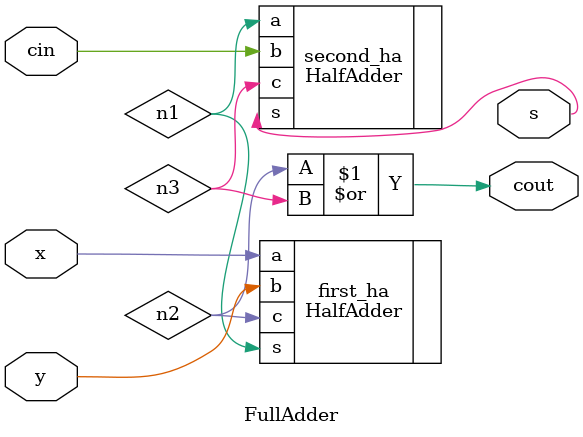
<source format=v>
`timescale 1ns / 1ps


module FullAdder(input x, input y, input cin, output s, output cout);
    wire n1, n2, n3;
    
    HalfAdder first_ha(.a(x), .b(y), .s(n1), .c(n2));
    HalfAdder second_ha(.a(n1), .b(cin), .s(s), .c(n3));
    
    assign cout = n2 | n3;
endmodule

</source>
